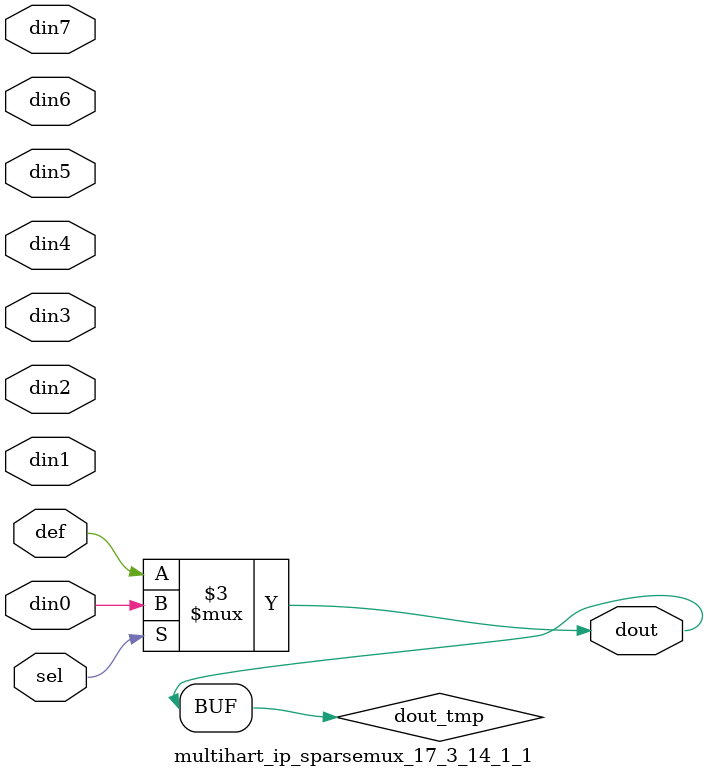
<source format=v>
`timescale 1ns / 1ps

module multihart_ip_sparsemux_17_3_14_1_1 (din0,din1,din2,din3,din4,din5,din6,din7,def,sel,dout);

parameter din0_WIDTH = 1;

parameter din1_WIDTH = 1;

parameter din2_WIDTH = 1;

parameter din3_WIDTH = 1;

parameter din4_WIDTH = 1;

parameter din5_WIDTH = 1;

parameter din6_WIDTH = 1;

parameter din7_WIDTH = 1;

parameter def_WIDTH = 1;
parameter sel_WIDTH = 1;
parameter dout_WIDTH = 1;

parameter [sel_WIDTH-1:0] CASE0 = 1;

parameter [sel_WIDTH-1:0] CASE1 = 1;

parameter [sel_WIDTH-1:0] CASE2 = 1;

parameter [sel_WIDTH-1:0] CASE3 = 1;

parameter [sel_WIDTH-1:0] CASE4 = 1;

parameter [sel_WIDTH-1:0] CASE5 = 1;

parameter [sel_WIDTH-1:0] CASE6 = 1;

parameter [sel_WIDTH-1:0] CASE7 = 1;

parameter ID = 1;
parameter NUM_STAGE = 1;



input [din0_WIDTH-1:0] din0;

input [din1_WIDTH-1:0] din1;

input [din2_WIDTH-1:0] din2;

input [din3_WIDTH-1:0] din3;

input [din4_WIDTH-1:0] din4;

input [din5_WIDTH-1:0] din5;

input [din6_WIDTH-1:0] din6;

input [din7_WIDTH-1:0] din7;

input [def_WIDTH-1:0] def;
input [sel_WIDTH-1:0] sel;

output [dout_WIDTH-1:0] dout;



reg [dout_WIDTH-1:0] dout_tmp;


always @ (*) begin
(* parallel_case *) case (sel)
    
    CASE0 : dout_tmp = din0;
    
    CASE1 : dout_tmp = din1;
    
    CASE2 : dout_tmp = din2;
    
    CASE3 : dout_tmp = din3;
    
    CASE4 : dout_tmp = din4;
    
    CASE5 : dout_tmp = din5;
    
    CASE6 : dout_tmp = din6;
    
    CASE7 : dout_tmp = din7;
    
    default : dout_tmp = def;
endcase
end


assign dout = dout_tmp;



endmodule

</source>
